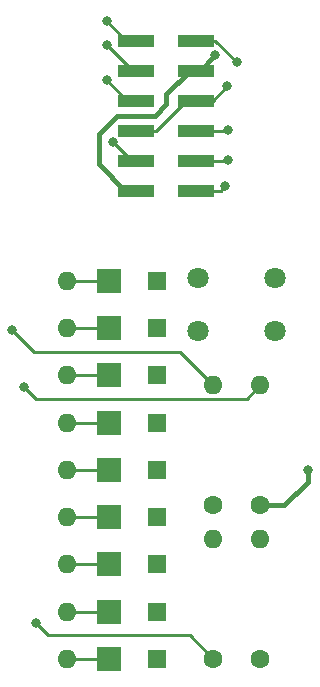
<source format=gbl>
%TF.GenerationSoftware,KiCad,Pcbnew,(6.0.10)*%
%TF.CreationDate,2023-03-14T21:43:23-07:00*%
%TF.ProjectId,Top PCB,546f7020-5043-4422-9e6b-696361645f70,rev?*%
%TF.SameCoordinates,Original*%
%TF.FileFunction,Copper,L2,Bot*%
%TF.FilePolarity,Positive*%
%FSLAX46Y46*%
G04 Gerber Fmt 4.6, Leading zero omitted, Abs format (unit mm)*
G04 Created by KiCad (PCBNEW (6.0.10)) date 2023-03-14 21:43:23*
%MOMM*%
%LPD*%
G01*
G04 APERTURE LIST*
%TA.AperFunction,SMDPad,CuDef*%
%ADD10R,3.150000X1.000000*%
%TD*%
%TA.AperFunction,SMDPad,CuDef*%
%ADD11R,2.000000X2.000000*%
%TD*%
%TA.AperFunction,ComponentPad*%
%ADD12R,1.600000X1.600000*%
%TD*%
%TA.AperFunction,ComponentPad*%
%ADD13O,1.600000X1.600000*%
%TD*%
%TA.AperFunction,ComponentPad*%
%ADD14C,1.800000*%
%TD*%
%TA.AperFunction,ComponentPad*%
%ADD15C,1.600000*%
%TD*%
%TA.AperFunction,ViaPad*%
%ADD16C,0.800000*%
%TD*%
%TA.AperFunction,Conductor*%
%ADD17C,0.254000*%
%TD*%
%TA.AperFunction,Conductor*%
%ADD18C,0.381000*%
%TD*%
G04 APERTURE END LIST*
D10*
%TO.P,J1,1,Pin_1*%
%TO.N,+3.3V*%
X149525000Y-57650000D03*
%TO.P,J1,2,Pin_2*%
%TO.N,C0*%
X144475000Y-57650000D03*
%TO.P,J1,3,Pin_3*%
%TO.N,+5V*%
X149525000Y-60190000D03*
%TO.P,J1,4,Pin_4*%
%TO.N,C1*%
X144475000Y-60190000D03*
%TO.P,J1,5,Pin_5*%
%TO.N,GND*%
X149525000Y-62730000D03*
%TO.P,J1,6,Pin_6*%
%TO.N,C2*%
X144475000Y-62730000D03*
%TO.P,J1,7,Pin_7*%
%TO.N,A0*%
X149525000Y-65270000D03*
%TO.P,J1,8,Pin_8*%
%TO.N,GND*%
X144475000Y-65270000D03*
%TO.P,J1,9,Pin_9*%
%TO.N,A1*%
X149525000Y-67810000D03*
%TO.P,J1,10,Pin_10*%
%TO.N,DLED*%
X144475000Y-67810000D03*
%TO.P,J1,11,Pin_11*%
%TO.N,A2*%
X149525000Y-70350000D03*
%TO.P,J1,12,Pin_12*%
%TO.N,+5V*%
X144475000Y-70350000D03*
%TD*%
D11*
%TO.P,J10,1,1*%
%TO.N,Net-(D8-Pad2)*%
X142200000Y-90000000D03*
%TD*%
%TO.P,J9,1,1*%
%TO.N,Net-(D7-Pad2)*%
X142200000Y-102000000D03*
%TD*%
%TO.P,J8,1,1*%
%TO.N,Net-(D9-Pad2)*%
X142200000Y-78000000D03*
%TD*%
%TO.P,J7,1,1*%
%TO.N,Net-(D6-Pad2)*%
X142200000Y-82000000D03*
%TD*%
%TO.P,J6,1,1*%
%TO.N,Net-(D5-Pad2)*%
X142200000Y-94000000D03*
%TD*%
%TO.P,J5,1,1*%
%TO.N,Net-(D4-Pad2)*%
X142200000Y-106000000D03*
%TD*%
%TO.P,J4,1,1*%
%TO.N,Net-(D3-Pad2)*%
X142200000Y-86000000D03*
%TD*%
%TO.P,J3,1,1*%
%TO.N,Net-(D2-Pad2)*%
X142200000Y-98000000D03*
%TD*%
%TO.P,J2,1,1*%
%TO.N,Net-(D1-Pad2)*%
X142200000Y-110000000D03*
%TD*%
D12*
%TO.P,D7,1,K*%
%TO.N,R0*%
X146280000Y-102000000D03*
D13*
%TO.P,D7,2,A*%
%TO.N,Net-(D7-Pad2)*%
X138660000Y-102000000D03*
%TD*%
D12*
%TO.P,D8,1,K*%
%TO.N,R1*%
X146280000Y-90000000D03*
D13*
%TO.P,D8,2,A*%
%TO.N,Net-(D8-Pad2)*%
X138660000Y-90000000D03*
%TD*%
D14*
%TO.P,SW1,1,A*%
%TO.N,Net-(SW1-Pad1)*%
X156250000Y-77750000D03*
%TO.P,SW1,2,A*%
X149750000Y-82250000D03*
%TO.P,SW1,3,B*%
%TO.N,Net-(R5-Pad1)*%
X156250000Y-82250000D03*
%TO.P,SW1,4,B*%
X149750000Y-77750000D03*
%TD*%
D12*
%TO.P,D9,1,K*%
%TO.N,R2*%
X146280000Y-78000000D03*
D13*
%TO.P,D9,2,A*%
%TO.N,Net-(D9-Pad2)*%
X138660000Y-78000000D03*
%TD*%
%TO.P,R2,2*%
%TO.N,C1*%
X155000000Y-86840000D03*
D15*
%TO.P,R2,1*%
%TO.N,+3.3V*%
X155000000Y-97000000D03*
%TD*%
D12*
%TO.P,D2,1,K*%
%TO.N,R1*%
X146280000Y-98000000D03*
D13*
%TO.P,D2,2,A*%
%TO.N,Net-(D2-Pad2)*%
X138660000Y-98000000D03*
%TD*%
D12*
%TO.P,D1,1,K*%
%TO.N,R0*%
X146280000Y-110000000D03*
D13*
%TO.P,D1,2,A*%
%TO.N,Net-(D1-Pad2)*%
X138660000Y-110000000D03*
%TD*%
D12*
%TO.P,D6,1,K*%
%TO.N,R2*%
X146280000Y-82000000D03*
D13*
%TO.P,D6,2,A*%
%TO.N,Net-(D6-Pad2)*%
X138660000Y-82000000D03*
%TD*%
D12*
%TO.P,D3,1,K*%
%TO.N,R2*%
X146280000Y-86000000D03*
D13*
%TO.P,D3,2,A*%
%TO.N,Net-(D3-Pad2)*%
X138660000Y-86000000D03*
%TD*%
D12*
%TO.P,D4,1,K*%
%TO.N,R0*%
X146280000Y-106000000D03*
D13*
%TO.P,D4,2,A*%
%TO.N,Net-(D4-Pad2)*%
X138660000Y-106000000D03*
%TD*%
D15*
%TO.P,R1,1*%
%TO.N,+3.3V*%
X151000000Y-97000000D03*
D13*
%TO.P,R1,2*%
%TO.N,C0*%
X151000000Y-86840000D03*
%TD*%
D15*
%TO.P,R3,1*%
%TO.N,C2*%
X151000000Y-110000000D03*
D13*
%TO.P,R3,2*%
%TO.N,+3.3V*%
X151000000Y-99840000D03*
%TD*%
D15*
%TO.P,R5,1*%
%TO.N,Net-(R5-Pad1)*%
X155000000Y-110000000D03*
D13*
%TO.P,R5,2*%
%TO.N,+3.3V*%
X155000000Y-99840000D03*
%TD*%
D12*
%TO.P,D5,1,K*%
%TO.N,R1*%
X146280000Y-94000000D03*
D13*
%TO.P,D5,2,A*%
%TO.N,Net-(D5-Pad2)*%
X138660000Y-94000000D03*
%TD*%
D16*
%TO.N,C0*%
X134000000Y-82200000D03*
%TO.N,DLED*%
X142491677Y-66208947D03*
%TO.N,+5V*%
X151200000Y-58900000D03*
%TO.N,GND*%
X152200000Y-61500000D03*
%TO.N,+3.3V*%
X153000000Y-59500000D03*
%TO.N,A0*%
X152300000Y-65200000D03*
%TO.N,A1*%
X152300000Y-67800000D03*
%TO.N,+3.3V*%
X159000000Y-94000000D03*
%TO.N,C0*%
X142000000Y-56000000D03*
%TO.N,C1*%
X142000000Y-58000000D03*
X135000000Y-87000000D03*
%TO.N,C2*%
X142000000Y-61000000D03*
X136000000Y-107000000D03*
%TO.N,A2*%
X152000000Y-70000000D03*
%TD*%
D17*
%TO.N,Net-(D9-Pad2)*%
X142200000Y-78000000D02*
X138660000Y-78000000D01*
%TO.N,Net-(D6-Pad2)*%
X142200000Y-82000000D02*
X138660000Y-82000000D01*
%TO.N,Net-(D3-Pad2)*%
X142200000Y-86000000D02*
X138660000Y-86000000D01*
%TO.N,Net-(D8-Pad2)*%
X142200000Y-90000000D02*
X138660000Y-90000000D01*
%TO.N,Net-(D5-Pad2)*%
X142200000Y-94000000D02*
X138660000Y-94000000D01*
%TO.N,Net-(D2-Pad2)*%
X142200000Y-98000000D02*
X138660000Y-98000000D01*
%TO.N,Net-(D7-Pad2)*%
X142200000Y-102000000D02*
X138660000Y-102000000D01*
%TO.N,Net-(D1-Pad2)*%
X142200000Y-110000000D02*
X138660000Y-110000000D01*
%TO.N,Net-(D4-Pad2)*%
X142200000Y-106000000D02*
X138660000Y-106000000D01*
%TO.N,C0*%
X148160000Y-84000000D02*
X151000000Y-86840000D01*
X135800000Y-84000000D02*
X148160000Y-84000000D01*
X134000000Y-82200000D02*
X135800000Y-84000000D01*
%TO.N,DLED*%
X144092730Y-67810000D02*
X142491677Y-66208947D01*
X144475000Y-67810000D02*
X144092730Y-67810000D01*
%TO.N,GND*%
X150970000Y-62730000D02*
X152200000Y-61500000D01*
X149525000Y-62730000D02*
X150970000Y-62730000D01*
X148670000Y-62730000D02*
X149525000Y-62730000D01*
X146130000Y-65270000D02*
X148670000Y-62730000D01*
X144475000Y-65270000D02*
X146130000Y-65270000D01*
D18*
%TO.N,+5V*%
X149010000Y-60190000D02*
X149525000Y-60190000D01*
X147000000Y-62200000D02*
X149010000Y-60190000D01*
X147000000Y-63061000D02*
X147000000Y-62200000D01*
X146061000Y-64000000D02*
X147000000Y-63061000D01*
X142889000Y-64000000D02*
X146061000Y-64000000D01*
X141300000Y-68100000D02*
X141300000Y-65589000D01*
X143550000Y-70350000D02*
X141300000Y-68100000D01*
X144475000Y-70350000D02*
X143550000Y-70350000D01*
X141300000Y-65589000D02*
X142889000Y-64000000D01*
X149910000Y-60190000D02*
X151200000Y-58900000D01*
X149525000Y-60190000D02*
X149910000Y-60190000D01*
D17*
%TO.N,+3.3V*%
X153000000Y-59500000D02*
X151150000Y-57650000D01*
X151150000Y-57650000D02*
X149525000Y-57650000D01*
%TO.N,A0*%
X152230000Y-65270000D02*
X149525000Y-65270000D01*
X152300000Y-65200000D02*
X152230000Y-65270000D01*
%TO.N,A1*%
X152300000Y-67800000D02*
X152290000Y-67810000D01*
X152290000Y-67810000D02*
X149525000Y-67810000D01*
D18*
%TO.N,+3.3V*%
X159000000Y-94000000D02*
X159000000Y-95000000D01*
X159000000Y-95000000D02*
X157000000Y-97000000D01*
X157000000Y-97000000D02*
X155000000Y-97000000D01*
D17*
%TO.N,C0*%
X143650000Y-57650000D02*
X144475000Y-57650000D01*
X142000000Y-56000000D02*
X143650000Y-57650000D01*
%TO.N,C1*%
X144190000Y-60190000D02*
X144475000Y-60190000D01*
X135967000Y-87967000D02*
X135000000Y-87000000D01*
X142000000Y-58000000D02*
X144190000Y-60190000D01*
X153873000Y-87967000D02*
X135967000Y-87967000D01*
X155000000Y-86840000D02*
X153873000Y-87967000D01*
%TO.N,C2*%
X149000000Y-108000000D02*
X137000000Y-108000000D01*
X142000000Y-61000000D02*
X143730000Y-62730000D01*
X143730000Y-62730000D02*
X144475000Y-62730000D01*
X137000000Y-108000000D02*
X136000000Y-107000000D01*
X151000000Y-110000000D02*
X149000000Y-108000000D01*
%TO.N,A1*%
X148810000Y-67810000D02*
X149525000Y-67810000D01*
%TO.N,A2*%
X152000000Y-70000000D02*
X151650000Y-70350000D01*
X151650000Y-70350000D02*
X149525000Y-70350000D01*
%TD*%
M02*

</source>
